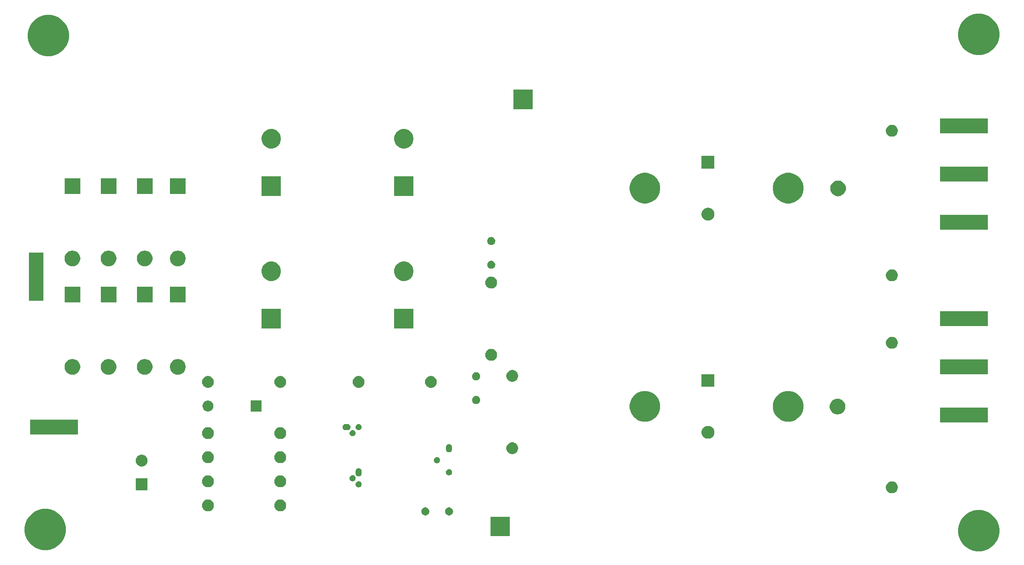
<source format=gbr>
G04 #@! TF.GenerationSoftware,KiCad,Pcbnew,(5.1.6-0)*
G04 #@! TF.CreationDate,2021-07-15T11:48:56+10:00*
G04 #@! TF.ProjectId,EDUC-8 PSU,45445543-2d38-4205-9053-552e6b696361,rev?*
G04 #@! TF.SameCoordinates,Original*
G04 #@! TF.FileFunction,Soldermask,Bot*
G04 #@! TF.FilePolarity,Negative*
%FSLAX46Y46*%
G04 Gerber Fmt 4.6, Leading zero omitted, Abs format (unit mm)*
G04 Created by KiCad (PCBNEW (5.1.6-0)) date 2021-07-15 11:48:56*
%MOMM*%
%LPD*%
G01*
G04 APERTURE LIST*
%ADD10C,0.100000*%
G04 APERTURE END LIST*
D10*
G36*
X232196156Y-152136794D02*
G01*
X232917140Y-152280206D01*
X233708972Y-152608193D01*
X234421601Y-153084357D01*
X235027643Y-153690399D01*
X235503807Y-154403028D01*
X235831794Y-155194860D01*
X235999000Y-156035464D01*
X235999000Y-156892536D01*
X235831794Y-157733140D01*
X235503807Y-158524972D01*
X235027643Y-159237601D01*
X234421601Y-159843643D01*
X233708972Y-160319807D01*
X232917140Y-160647794D01*
X232196156Y-160791206D01*
X232076537Y-160815000D01*
X231219463Y-160815000D01*
X231099844Y-160791206D01*
X230378860Y-160647794D01*
X229587028Y-160319807D01*
X228874399Y-159843643D01*
X228268357Y-159237601D01*
X227792193Y-158524972D01*
X227464206Y-157733140D01*
X227297000Y-156892536D01*
X227297000Y-156035464D01*
X227464206Y-155194860D01*
X227792193Y-154403028D01*
X228268357Y-153690399D01*
X228874399Y-153084357D01*
X229587028Y-152608193D01*
X230378860Y-152280206D01*
X231099844Y-152136794D01*
X231219463Y-152113000D01*
X232076537Y-152113000D01*
X232196156Y-152136794D01*
G37*
G36*
X35473156Y-151882794D02*
G01*
X36194140Y-152026206D01*
X36985972Y-152354193D01*
X37698601Y-152830357D01*
X38304643Y-153436399D01*
X38780807Y-154149028D01*
X39108794Y-154940860D01*
X39276000Y-155781464D01*
X39276000Y-156638536D01*
X39108794Y-157479140D01*
X38780807Y-158270972D01*
X38304643Y-158983601D01*
X37698601Y-159589643D01*
X36985972Y-160065807D01*
X36194140Y-160393794D01*
X35473156Y-160537206D01*
X35353537Y-160561000D01*
X34496463Y-160561000D01*
X34376844Y-160537206D01*
X33655860Y-160393794D01*
X32864028Y-160065807D01*
X32151399Y-159589643D01*
X31545357Y-158983601D01*
X31069193Y-158270972D01*
X30741206Y-157479140D01*
X30574000Y-156638536D01*
X30574000Y-155781464D01*
X30741206Y-154940860D01*
X31069193Y-154149028D01*
X31545357Y-153436399D01*
X32151399Y-152830357D01*
X32864028Y-152354193D01*
X33655860Y-152026206D01*
X34376844Y-151882794D01*
X34496463Y-151859000D01*
X35353537Y-151859000D01*
X35473156Y-151882794D01*
G37*
G36*
X132861000Y-157626000D02*
G01*
X128759000Y-157626000D01*
X128759000Y-153524000D01*
X132861000Y-153524000D01*
X132861000Y-157626000D01*
G37*
G36*
X120263228Y-151581703D02*
G01*
X120418100Y-151645853D01*
X120557481Y-151738985D01*
X120676015Y-151857519D01*
X120769147Y-151996900D01*
X120833297Y-152151772D01*
X120866000Y-152316184D01*
X120866000Y-152483816D01*
X120833297Y-152648228D01*
X120769147Y-152803100D01*
X120676015Y-152942481D01*
X120557481Y-153061015D01*
X120418100Y-153154147D01*
X120263228Y-153218297D01*
X120098816Y-153251000D01*
X119931184Y-153251000D01*
X119766772Y-153218297D01*
X119611900Y-153154147D01*
X119472519Y-153061015D01*
X119353985Y-152942481D01*
X119260853Y-152803100D01*
X119196703Y-152648228D01*
X119164000Y-152483816D01*
X119164000Y-152316184D01*
X119196703Y-152151772D01*
X119260853Y-151996900D01*
X119353985Y-151857519D01*
X119472519Y-151738985D01*
X119611900Y-151645853D01*
X119766772Y-151581703D01*
X119931184Y-151549000D01*
X120098816Y-151549000D01*
X120263228Y-151581703D01*
G37*
G36*
X115263228Y-151581703D02*
G01*
X115418100Y-151645853D01*
X115557481Y-151738985D01*
X115676015Y-151857519D01*
X115769147Y-151996900D01*
X115833297Y-152151772D01*
X115866000Y-152316184D01*
X115866000Y-152483816D01*
X115833297Y-152648228D01*
X115769147Y-152803100D01*
X115676015Y-152942481D01*
X115557481Y-153061015D01*
X115418100Y-153154147D01*
X115263228Y-153218297D01*
X115098816Y-153251000D01*
X114931184Y-153251000D01*
X114766772Y-153218297D01*
X114611900Y-153154147D01*
X114472519Y-153061015D01*
X114353985Y-152942481D01*
X114260853Y-152803100D01*
X114196703Y-152648228D01*
X114164000Y-152483816D01*
X114164000Y-152316184D01*
X114196703Y-152151772D01*
X114260853Y-151996900D01*
X114353985Y-151857519D01*
X114472519Y-151738985D01*
X114611900Y-151645853D01*
X114766772Y-151581703D01*
X114931184Y-151549000D01*
X115098816Y-151549000D01*
X115263228Y-151581703D01*
G37*
G36*
X84819903Y-149927075D02*
G01*
X85047571Y-150021378D01*
X85252466Y-150158285D01*
X85426715Y-150332534D01*
X85563622Y-150537429D01*
X85657925Y-150765097D01*
X85706000Y-151006787D01*
X85706000Y-151253213D01*
X85657925Y-151494903D01*
X85563622Y-151722571D01*
X85426715Y-151927466D01*
X85252466Y-152101715D01*
X85047571Y-152238622D01*
X85047570Y-152238623D01*
X85047569Y-152238623D01*
X84819903Y-152332925D01*
X84578214Y-152381000D01*
X84331786Y-152381000D01*
X84090097Y-152332925D01*
X83862431Y-152238623D01*
X83862430Y-152238623D01*
X83862429Y-152238622D01*
X83657534Y-152101715D01*
X83483285Y-151927466D01*
X83346378Y-151722571D01*
X83252075Y-151494903D01*
X83204000Y-151253213D01*
X83204000Y-151006787D01*
X83252075Y-150765097D01*
X83346378Y-150537429D01*
X83483285Y-150332534D01*
X83657534Y-150158285D01*
X83862429Y-150021378D01*
X84090097Y-149927075D01*
X84331786Y-149879000D01*
X84578214Y-149879000D01*
X84819903Y-149927075D01*
G37*
G36*
X69579903Y-149927075D02*
G01*
X69807571Y-150021378D01*
X70012466Y-150158285D01*
X70186715Y-150332534D01*
X70323622Y-150537429D01*
X70417925Y-150765097D01*
X70466000Y-151006787D01*
X70466000Y-151253213D01*
X70417925Y-151494903D01*
X70323622Y-151722571D01*
X70186715Y-151927466D01*
X70012466Y-152101715D01*
X69807571Y-152238622D01*
X69807570Y-152238623D01*
X69807569Y-152238623D01*
X69579903Y-152332925D01*
X69338214Y-152381000D01*
X69091786Y-152381000D01*
X68850097Y-152332925D01*
X68622431Y-152238623D01*
X68622430Y-152238623D01*
X68622429Y-152238622D01*
X68417534Y-152101715D01*
X68243285Y-151927466D01*
X68106378Y-151722571D01*
X68012075Y-151494903D01*
X67964000Y-151253213D01*
X67964000Y-151006787D01*
X68012075Y-150765097D01*
X68106378Y-150537429D01*
X68243285Y-150332534D01*
X68417534Y-150158285D01*
X68622429Y-150021378D01*
X68850097Y-149927075D01*
X69091786Y-149879000D01*
X69338214Y-149879000D01*
X69579903Y-149927075D01*
G37*
G36*
X213724903Y-146117075D02*
G01*
X213860433Y-146173213D01*
X213952571Y-146211378D01*
X214157466Y-146348285D01*
X214331715Y-146522534D01*
X214468622Y-146727429D01*
X214562925Y-146955097D01*
X214611000Y-147196787D01*
X214611000Y-147443213D01*
X214562925Y-147684903D01*
X214468622Y-147912571D01*
X214331715Y-148117466D01*
X214157466Y-148291715D01*
X213952571Y-148428622D01*
X213952570Y-148428623D01*
X213952569Y-148428623D01*
X213724903Y-148522925D01*
X213483214Y-148571000D01*
X213236786Y-148571000D01*
X212995097Y-148522925D01*
X212767431Y-148428623D01*
X212767430Y-148428623D01*
X212767429Y-148428622D01*
X212562534Y-148291715D01*
X212388285Y-148117466D01*
X212251378Y-147912571D01*
X212157075Y-147684903D01*
X212109000Y-147443213D01*
X212109000Y-147196787D01*
X212157075Y-146955097D01*
X212251378Y-146727429D01*
X212388285Y-146522534D01*
X212562534Y-146348285D01*
X212767429Y-146211378D01*
X212859568Y-146173213D01*
X212995097Y-146117075D01*
X213236786Y-146069000D01*
X213483214Y-146069000D01*
X213724903Y-146117075D01*
G37*
G36*
X56496000Y-147936000D02*
G01*
X53994000Y-147936000D01*
X53994000Y-145434000D01*
X56496000Y-145434000D01*
X56496000Y-147936000D01*
G37*
G36*
X101064225Y-146040983D02*
G01*
X101154890Y-146059017D01*
X101273364Y-146108091D01*
X101379988Y-146179335D01*
X101470665Y-146270012D01*
X101541909Y-146376636D01*
X101590983Y-146495110D01*
X101616000Y-146620882D01*
X101616000Y-146749118D01*
X101590983Y-146874890D01*
X101541909Y-146993364D01*
X101470665Y-147099988D01*
X101379988Y-147190665D01*
X101273364Y-147261909D01*
X101273363Y-147261910D01*
X101273362Y-147261910D01*
X101154890Y-147310983D01*
X101029119Y-147336000D01*
X100900881Y-147336000D01*
X100775110Y-147310983D01*
X100656638Y-147261910D01*
X100656637Y-147261910D01*
X100656636Y-147261909D01*
X100550012Y-147190665D01*
X100459335Y-147099988D01*
X100388091Y-146993364D01*
X100339017Y-146874890D01*
X100314000Y-146749118D01*
X100314000Y-146620882D01*
X100339017Y-146495110D01*
X100388091Y-146376636D01*
X100459335Y-146270012D01*
X100550012Y-146179335D01*
X100656636Y-146108091D01*
X100775110Y-146059017D01*
X100865775Y-146040983D01*
X100900881Y-146034000D01*
X101029119Y-146034000D01*
X101064225Y-146040983D01*
G37*
G36*
X69534732Y-144838090D02*
G01*
X69579903Y-144847075D01*
X69807571Y-144941378D01*
X70012466Y-145078285D01*
X70186715Y-145252534D01*
X70323622Y-145457429D01*
X70417925Y-145685097D01*
X70466000Y-145926787D01*
X70466000Y-146173213D01*
X70417925Y-146414903D01*
X70323622Y-146642571D01*
X70186715Y-146847466D01*
X70012466Y-147021715D01*
X69807571Y-147158622D01*
X69807570Y-147158623D01*
X69807569Y-147158623D01*
X69579903Y-147252925D01*
X69338214Y-147301000D01*
X69091786Y-147301000D01*
X68850097Y-147252925D01*
X68622431Y-147158623D01*
X68622430Y-147158623D01*
X68622429Y-147158622D01*
X68417534Y-147021715D01*
X68243285Y-146847466D01*
X68106378Y-146642571D01*
X68012075Y-146414903D01*
X67964000Y-146173213D01*
X67964000Y-145926787D01*
X68012075Y-145685097D01*
X68106378Y-145457429D01*
X68243285Y-145252534D01*
X68417534Y-145078285D01*
X68622429Y-144941378D01*
X68850097Y-144847075D01*
X68895268Y-144838090D01*
X69091786Y-144799000D01*
X69338214Y-144799000D01*
X69534732Y-144838090D01*
G37*
G36*
X84774732Y-144838090D02*
G01*
X84819903Y-144847075D01*
X85047571Y-144941378D01*
X85252466Y-145078285D01*
X85426715Y-145252534D01*
X85563622Y-145457429D01*
X85657925Y-145685097D01*
X85706000Y-145926787D01*
X85706000Y-146173213D01*
X85657925Y-146414903D01*
X85563622Y-146642571D01*
X85426715Y-146847466D01*
X85252466Y-147021715D01*
X85047571Y-147158622D01*
X85047570Y-147158623D01*
X85047569Y-147158623D01*
X84819903Y-147252925D01*
X84578214Y-147301000D01*
X84331786Y-147301000D01*
X84090097Y-147252925D01*
X83862431Y-147158623D01*
X83862430Y-147158623D01*
X83862429Y-147158622D01*
X83657534Y-147021715D01*
X83483285Y-146847466D01*
X83346378Y-146642571D01*
X83252075Y-146414903D01*
X83204000Y-146173213D01*
X83204000Y-145926787D01*
X83252075Y-145685097D01*
X83346378Y-145457429D01*
X83483285Y-145252534D01*
X83657534Y-145078285D01*
X83862429Y-144941378D01*
X84090097Y-144847075D01*
X84135268Y-144838090D01*
X84331786Y-144799000D01*
X84578214Y-144799000D01*
X84774732Y-144838090D01*
G37*
G36*
X99884890Y-144789017D02*
G01*
X99929640Y-144807553D01*
X100003364Y-144838091D01*
X100109988Y-144909335D01*
X100200665Y-145000012D01*
X100271909Y-145106636D01*
X100320983Y-145225110D01*
X100346000Y-145350882D01*
X100346000Y-145479118D01*
X100320983Y-145604890D01*
X100271909Y-145723364D01*
X100200665Y-145829988D01*
X100109988Y-145920665D01*
X100003364Y-145991909D01*
X100003363Y-145991910D01*
X100003362Y-145991910D01*
X99884890Y-146040983D01*
X99759119Y-146066000D01*
X99630881Y-146066000D01*
X99505110Y-146040983D01*
X99386638Y-145991910D01*
X99386637Y-145991910D01*
X99386636Y-145991909D01*
X99280012Y-145920665D01*
X99189335Y-145829988D01*
X99118091Y-145723364D01*
X99069017Y-145604890D01*
X99044000Y-145479118D01*
X99044000Y-145350882D01*
X99069017Y-145225110D01*
X99118091Y-145106636D01*
X99189335Y-145000012D01*
X99280012Y-144909335D01*
X99386636Y-144838091D01*
X99460361Y-144807553D01*
X99505110Y-144789017D01*
X99630881Y-144764000D01*
X99759119Y-144764000D01*
X99884890Y-144789017D01*
G37*
G36*
X101092618Y-143303420D02*
G01*
X101183404Y-143330960D01*
X101215336Y-143340646D01*
X101328425Y-143401094D01*
X101427554Y-143482446D01*
X101508906Y-143581575D01*
X101569354Y-143694664D01*
X101569355Y-143694668D01*
X101606580Y-143817382D01*
X101616000Y-143913028D01*
X101616000Y-144376973D01*
X101606580Y-144472618D01*
X101579040Y-144563404D01*
X101569354Y-144595336D01*
X101508906Y-144708425D01*
X101427554Y-144807553D01*
X101328424Y-144888906D01*
X101215335Y-144949354D01*
X101183403Y-144959040D01*
X101092617Y-144986580D01*
X100965000Y-144999149D01*
X100837382Y-144986580D01*
X100746596Y-144959040D01*
X100714664Y-144949354D01*
X100601575Y-144888906D01*
X100502447Y-144807554D01*
X100421094Y-144708424D01*
X100360646Y-144595335D01*
X100349924Y-144559988D01*
X100323420Y-144472617D01*
X100314000Y-144376972D01*
X100314000Y-143913027D01*
X100323420Y-143817382D01*
X100360645Y-143694668D01*
X100360646Y-143694664D01*
X100421094Y-143581575D01*
X100502447Y-143482447D01*
X100601576Y-143401094D01*
X100714665Y-143340646D01*
X100746597Y-143330960D01*
X100837383Y-143303420D01*
X100965000Y-143290851D01*
X101092618Y-143303420D01*
G37*
G36*
X120204890Y-143519017D02*
G01*
X120323364Y-143568091D01*
X120343544Y-143581575D01*
X120429988Y-143639335D01*
X120520665Y-143730012D01*
X120591910Y-143836638D01*
X120640983Y-143955110D01*
X120666000Y-144080881D01*
X120666000Y-144209119D01*
X120640983Y-144334890D01*
X120623552Y-144376973D01*
X120591909Y-144453364D01*
X120520665Y-144559988D01*
X120429988Y-144650665D01*
X120323364Y-144721909D01*
X120323363Y-144721910D01*
X120323362Y-144721910D01*
X120204890Y-144770983D01*
X120079119Y-144796000D01*
X119950881Y-144796000D01*
X119825110Y-144770983D01*
X119706638Y-144721910D01*
X119706637Y-144721910D01*
X119706636Y-144721909D01*
X119600012Y-144650665D01*
X119509335Y-144559988D01*
X119438091Y-144453364D01*
X119406449Y-144376973D01*
X119389017Y-144334890D01*
X119364000Y-144209119D01*
X119364000Y-144080881D01*
X119389017Y-143955110D01*
X119438090Y-143836638D01*
X119509335Y-143730012D01*
X119600012Y-143639335D01*
X119686456Y-143581575D01*
X119706636Y-143568091D01*
X119825110Y-143519017D01*
X119950881Y-143494000D01*
X120079119Y-143494000D01*
X120204890Y-143519017D01*
G37*
G36*
X55609903Y-140482075D02*
G01*
X55837571Y-140576378D01*
X56042466Y-140713285D01*
X56216715Y-140887534D01*
X56353622Y-141092429D01*
X56353623Y-141092431D01*
X56447925Y-141320097D01*
X56496000Y-141561786D01*
X56496000Y-141808214D01*
X56447925Y-142049903D01*
X56377055Y-142221000D01*
X56353622Y-142277571D01*
X56216715Y-142482466D01*
X56042466Y-142656715D01*
X55837571Y-142793622D01*
X55837570Y-142793623D01*
X55837569Y-142793623D01*
X55609903Y-142887925D01*
X55368214Y-142936000D01*
X55121786Y-142936000D01*
X54880097Y-142887925D01*
X54652431Y-142793623D01*
X54652430Y-142793623D01*
X54652429Y-142793622D01*
X54447534Y-142656715D01*
X54273285Y-142482466D01*
X54136378Y-142277571D01*
X54112946Y-142221000D01*
X54042075Y-142049903D01*
X53994000Y-141808214D01*
X53994000Y-141561786D01*
X54042075Y-141320097D01*
X54136377Y-141092431D01*
X54136378Y-141092429D01*
X54273285Y-140887534D01*
X54447534Y-140713285D01*
X54652429Y-140576378D01*
X54880097Y-140482075D01*
X55121786Y-140434000D01*
X55368214Y-140434000D01*
X55609903Y-140482075D01*
G37*
G36*
X117664890Y-140979017D02*
G01*
X117783364Y-141028091D01*
X117889988Y-141099335D01*
X117980665Y-141190012D01*
X118051909Y-141296636D01*
X118100983Y-141415110D01*
X118126000Y-141540882D01*
X118126000Y-141669118D01*
X118100983Y-141794890D01*
X118051909Y-141913364D01*
X117980665Y-142019988D01*
X117889988Y-142110665D01*
X117783364Y-142181909D01*
X117783363Y-142181910D01*
X117783362Y-142181910D01*
X117664890Y-142230983D01*
X117539119Y-142256000D01*
X117410881Y-142256000D01*
X117285110Y-142230983D01*
X117166638Y-142181910D01*
X117166637Y-142181910D01*
X117166636Y-142181909D01*
X117060012Y-142110665D01*
X116969335Y-142019988D01*
X116898091Y-141913364D01*
X116849017Y-141794890D01*
X116824000Y-141669118D01*
X116824000Y-141540882D01*
X116849017Y-141415110D01*
X116898091Y-141296636D01*
X116969335Y-141190012D01*
X117060012Y-141099335D01*
X117166636Y-141028091D01*
X117285110Y-140979017D01*
X117410881Y-140954000D01*
X117539119Y-140954000D01*
X117664890Y-140979017D01*
G37*
G36*
X84819903Y-139767075D02*
G01*
X85047571Y-139861378D01*
X85252466Y-139998285D01*
X85426715Y-140172534D01*
X85490453Y-140267925D01*
X85563623Y-140377431D01*
X85606968Y-140482075D01*
X85657925Y-140605097D01*
X85706000Y-140846787D01*
X85706000Y-141093213D01*
X85657925Y-141334903D01*
X85563622Y-141562571D01*
X85426715Y-141767466D01*
X85252466Y-141941715D01*
X85047571Y-142078622D01*
X85047570Y-142078623D01*
X85047569Y-142078623D01*
X84819903Y-142172925D01*
X84578214Y-142221000D01*
X84331786Y-142221000D01*
X84090097Y-142172925D01*
X83862431Y-142078623D01*
X83862430Y-142078623D01*
X83862429Y-142078622D01*
X83657534Y-141941715D01*
X83483285Y-141767466D01*
X83346378Y-141562571D01*
X83252075Y-141334903D01*
X83204000Y-141093213D01*
X83204000Y-140846787D01*
X83252075Y-140605097D01*
X83303032Y-140482075D01*
X83346377Y-140377431D01*
X83419547Y-140267925D01*
X83483285Y-140172534D01*
X83657534Y-139998285D01*
X83862429Y-139861378D01*
X84090097Y-139767075D01*
X84331786Y-139719000D01*
X84578214Y-139719000D01*
X84819903Y-139767075D01*
G37*
G36*
X69579903Y-139767075D02*
G01*
X69807571Y-139861378D01*
X70012466Y-139998285D01*
X70186715Y-140172534D01*
X70250453Y-140267925D01*
X70323623Y-140377431D01*
X70366968Y-140482075D01*
X70417925Y-140605097D01*
X70466000Y-140846787D01*
X70466000Y-141093213D01*
X70417925Y-141334903D01*
X70323622Y-141562571D01*
X70186715Y-141767466D01*
X70012466Y-141941715D01*
X69807571Y-142078622D01*
X69807570Y-142078623D01*
X69807569Y-142078623D01*
X69579903Y-142172925D01*
X69338214Y-142221000D01*
X69091786Y-142221000D01*
X68850097Y-142172925D01*
X68622431Y-142078623D01*
X68622430Y-142078623D01*
X68622429Y-142078622D01*
X68417534Y-141941715D01*
X68243285Y-141767466D01*
X68106378Y-141562571D01*
X68012075Y-141334903D01*
X67964000Y-141093213D01*
X67964000Y-140846787D01*
X68012075Y-140605097D01*
X68063032Y-140482075D01*
X68106377Y-140377431D01*
X68179547Y-140267925D01*
X68243285Y-140172534D01*
X68417534Y-139998285D01*
X68622429Y-139861378D01*
X68850097Y-139767075D01*
X69091786Y-139719000D01*
X69338214Y-139719000D01*
X69579903Y-139767075D01*
G37*
G36*
X133714903Y-137862075D02*
G01*
X133942571Y-137956378D01*
X134147466Y-138093285D01*
X134321715Y-138267534D01*
X134458622Y-138472429D01*
X134552925Y-138700097D01*
X134601000Y-138941787D01*
X134601000Y-139188213D01*
X134552925Y-139429903D01*
X134458622Y-139657571D01*
X134321715Y-139862466D01*
X134147466Y-140036715D01*
X133942571Y-140173622D01*
X133942570Y-140173623D01*
X133942569Y-140173623D01*
X133714903Y-140267925D01*
X133473214Y-140316000D01*
X133226786Y-140316000D01*
X132985097Y-140267925D01*
X132757431Y-140173623D01*
X132757430Y-140173623D01*
X132757429Y-140173622D01*
X132552534Y-140036715D01*
X132378285Y-139862466D01*
X132241378Y-139657571D01*
X132147075Y-139429903D01*
X132099000Y-139188213D01*
X132099000Y-138941787D01*
X132147075Y-138700097D01*
X132241378Y-138472429D01*
X132378285Y-138267534D01*
X132552534Y-138093285D01*
X132757429Y-137956378D01*
X132985097Y-137862075D01*
X133226786Y-137814000D01*
X133473214Y-137814000D01*
X133714903Y-137862075D01*
G37*
G36*
X120142618Y-138223420D02*
G01*
X120233404Y-138250960D01*
X120265336Y-138260646D01*
X120378425Y-138321094D01*
X120477554Y-138402446D01*
X120558906Y-138501575D01*
X120619354Y-138614664D01*
X120619355Y-138614668D01*
X120656580Y-138737382D01*
X120666000Y-138833028D01*
X120666000Y-139296973D01*
X120656580Y-139392618D01*
X120629040Y-139483404D01*
X120619354Y-139515336D01*
X120558906Y-139628425D01*
X120477554Y-139727553D01*
X120378424Y-139808906D01*
X120265335Y-139869354D01*
X120233403Y-139879040D01*
X120142617Y-139906580D01*
X120015000Y-139919149D01*
X119887382Y-139906580D01*
X119796596Y-139879040D01*
X119764664Y-139869354D01*
X119651575Y-139808906D01*
X119552447Y-139727554D01*
X119471094Y-139628424D01*
X119410646Y-139515335D01*
X119384731Y-139429903D01*
X119373420Y-139392617D01*
X119364000Y-139296972D01*
X119364000Y-138833027D01*
X119373420Y-138737382D01*
X119410645Y-138614668D01*
X119410646Y-138614664D01*
X119471094Y-138501575D01*
X119552447Y-138402447D01*
X119651576Y-138321094D01*
X119764665Y-138260646D01*
X119796597Y-138250960D01*
X119887383Y-138223420D01*
X120015000Y-138210851D01*
X120142618Y-138223420D01*
G37*
G36*
X84737123Y-134670609D02*
G01*
X84819903Y-134687075D01*
X85047571Y-134781378D01*
X85252466Y-134918285D01*
X85426715Y-135092534D01*
X85563622Y-135297429D01*
X85563623Y-135297431D01*
X85657925Y-135525097D01*
X85706000Y-135766786D01*
X85706000Y-136013214D01*
X85657925Y-136254903D01*
X85570110Y-136466909D01*
X85563622Y-136482571D01*
X85426715Y-136687466D01*
X85252466Y-136861715D01*
X85047571Y-136998622D01*
X85047570Y-136998623D01*
X85047569Y-136998623D01*
X84819903Y-137092925D01*
X84578214Y-137141000D01*
X84331786Y-137141000D01*
X84090097Y-137092925D01*
X83862431Y-136998623D01*
X83862430Y-136998623D01*
X83862429Y-136998622D01*
X83657534Y-136861715D01*
X83483285Y-136687466D01*
X83346378Y-136482571D01*
X83339891Y-136466909D01*
X83252075Y-136254903D01*
X83204000Y-136013214D01*
X83204000Y-135766786D01*
X83252075Y-135525097D01*
X83346377Y-135297431D01*
X83346378Y-135297429D01*
X83483285Y-135092534D01*
X83657534Y-134918285D01*
X83862429Y-134781378D01*
X84090097Y-134687075D01*
X84172877Y-134670609D01*
X84331786Y-134639000D01*
X84578214Y-134639000D01*
X84737123Y-134670609D01*
G37*
G36*
X69497123Y-134670609D02*
G01*
X69579903Y-134687075D01*
X69807571Y-134781378D01*
X70012466Y-134918285D01*
X70186715Y-135092534D01*
X70323622Y-135297429D01*
X70323623Y-135297431D01*
X70417925Y-135525097D01*
X70466000Y-135766786D01*
X70466000Y-136013214D01*
X70417925Y-136254903D01*
X70330110Y-136466909D01*
X70323622Y-136482571D01*
X70186715Y-136687466D01*
X70012466Y-136861715D01*
X69807571Y-136998622D01*
X69807570Y-136998623D01*
X69807569Y-136998623D01*
X69579903Y-137092925D01*
X69338214Y-137141000D01*
X69091786Y-137141000D01*
X68850097Y-137092925D01*
X68622431Y-136998623D01*
X68622430Y-136998623D01*
X68622429Y-136998622D01*
X68417534Y-136861715D01*
X68243285Y-136687466D01*
X68106378Y-136482571D01*
X68099891Y-136466909D01*
X68012075Y-136254903D01*
X67964000Y-136013214D01*
X67964000Y-135766786D01*
X68012075Y-135525097D01*
X68106377Y-135297431D01*
X68106378Y-135297429D01*
X68243285Y-135092534D01*
X68417534Y-134918285D01*
X68622429Y-134781378D01*
X68850097Y-134687075D01*
X68932877Y-134670609D01*
X69091786Y-134639000D01*
X69338214Y-134639000D01*
X69497123Y-134670609D01*
G37*
G36*
X174994072Y-134420918D02*
G01*
X175239939Y-134522759D01*
X175351328Y-134597187D01*
X175461211Y-134670609D01*
X175649391Y-134858789D01*
X175797242Y-135080063D01*
X175899082Y-135325928D01*
X175949946Y-135581636D01*
X175951000Y-135586938D01*
X175951000Y-135853062D01*
X175899082Y-136114072D01*
X175797241Y-136359939D01*
X175649390Y-136581212D01*
X175461212Y-136769390D01*
X175239939Y-136917241D01*
X175239938Y-136917242D01*
X175239937Y-136917242D01*
X174994072Y-137019082D01*
X174733063Y-137071000D01*
X174466937Y-137071000D01*
X174205928Y-137019082D01*
X173960063Y-136917242D01*
X173960062Y-136917242D01*
X173960061Y-136917241D01*
X173738788Y-136769390D01*
X173550610Y-136581212D01*
X173402759Y-136359939D01*
X173300918Y-136114072D01*
X173249000Y-135853062D01*
X173249000Y-135586938D01*
X173250055Y-135581636D01*
X173300918Y-135325928D01*
X173402758Y-135080063D01*
X173550609Y-134858789D01*
X173738789Y-134670609D01*
X173848672Y-134597187D01*
X173960061Y-134522759D01*
X174205928Y-134420918D01*
X174466937Y-134369000D01*
X174733063Y-134369000D01*
X174994072Y-134420918D01*
G37*
G36*
X99794225Y-135245983D02*
G01*
X99884890Y-135264017D01*
X100003364Y-135313091D01*
X100109988Y-135384335D01*
X100200665Y-135475012D01*
X100271909Y-135581636D01*
X100320983Y-135700110D01*
X100346000Y-135825882D01*
X100346000Y-135954118D01*
X100320983Y-136079890D01*
X100271909Y-136198364D01*
X100200665Y-136304988D01*
X100109988Y-136395665D01*
X100003364Y-136466909D01*
X100003363Y-136466910D01*
X100003362Y-136466910D01*
X99884890Y-136515983D01*
X99759119Y-136541000D01*
X99630881Y-136541000D01*
X99505110Y-136515983D01*
X99386638Y-136466910D01*
X99386637Y-136466910D01*
X99386636Y-136466909D01*
X99280012Y-136395665D01*
X99189335Y-136304988D01*
X99118091Y-136198364D01*
X99069017Y-136079890D01*
X99044000Y-135954118D01*
X99044000Y-135825882D01*
X99069017Y-135700110D01*
X99118091Y-135581636D01*
X99189335Y-135475012D01*
X99280012Y-135384335D01*
X99386636Y-135313091D01*
X99505110Y-135264017D01*
X99595775Y-135245983D01*
X99630881Y-135239000D01*
X99759119Y-135239000D01*
X99794225Y-135245983D01*
G37*
G36*
X41841000Y-136171000D02*
G01*
X31739000Y-136171000D01*
X31739000Y-133069000D01*
X41841000Y-133069000D01*
X41841000Y-136171000D01*
G37*
G36*
X101076477Y-133978420D02*
G01*
X101154890Y-133994017D01*
X101273364Y-134043091D01*
X101322756Y-134076094D01*
X101379988Y-134114335D01*
X101470665Y-134205012D01*
X101541910Y-134311638D01*
X101590983Y-134430110D01*
X101609412Y-134522758D01*
X101616000Y-134555882D01*
X101616000Y-134684118D01*
X101590983Y-134809890D01*
X101541909Y-134928364D01*
X101470665Y-135034988D01*
X101379988Y-135125665D01*
X101273364Y-135196909D01*
X101273363Y-135196910D01*
X101273362Y-135196910D01*
X101154890Y-135245983D01*
X101029119Y-135271000D01*
X100900881Y-135271000D01*
X100775110Y-135245983D01*
X100656638Y-135196910D01*
X100656637Y-135196910D01*
X100656636Y-135196909D01*
X100550012Y-135125665D01*
X100459335Y-135034988D01*
X100388091Y-134928364D01*
X100339017Y-134809890D01*
X100314000Y-134684118D01*
X100314000Y-134555882D01*
X100320589Y-134522758D01*
X100339017Y-134430110D01*
X100388090Y-134311638D01*
X100459335Y-134205012D01*
X100550012Y-134114335D01*
X100607244Y-134076094D01*
X100656636Y-134043091D01*
X100775110Y-133994017D01*
X100853523Y-133978420D01*
X100900881Y-133969000D01*
X101029119Y-133969000D01*
X101076477Y-133978420D01*
G37*
G36*
X98688855Y-133972140D02*
G01*
X98752618Y-133978420D01*
X98843404Y-134005960D01*
X98875336Y-134015646D01*
X98988425Y-134076094D01*
X99087554Y-134157446D01*
X99168906Y-134256575D01*
X99229354Y-134369664D01*
X99229355Y-134369668D01*
X99266580Y-134492382D01*
X99279149Y-134620000D01*
X99266580Y-134747618D01*
X99256339Y-134781377D01*
X99229354Y-134870336D01*
X99168906Y-134983425D01*
X99087554Y-135082554D01*
X98988425Y-135163906D01*
X98875336Y-135224354D01*
X98843404Y-135234040D01*
X98752618Y-135261580D01*
X98688855Y-135267860D01*
X98656974Y-135271000D01*
X98193026Y-135271000D01*
X98161145Y-135267860D01*
X98097382Y-135261580D01*
X98006596Y-135234040D01*
X97974664Y-135224354D01*
X97861575Y-135163906D01*
X97762446Y-135082554D01*
X97681094Y-134983425D01*
X97620646Y-134870336D01*
X97593661Y-134781377D01*
X97583420Y-134747618D01*
X97570851Y-134620000D01*
X97583420Y-134492382D01*
X97620645Y-134369668D01*
X97620646Y-134369664D01*
X97681094Y-134256575D01*
X97762446Y-134157446D01*
X97861575Y-134076094D01*
X97974664Y-134015646D01*
X98006596Y-134005960D01*
X98097382Y-133978420D01*
X98161145Y-133972140D01*
X98193026Y-133969000D01*
X98656974Y-133969000D01*
X98688855Y-133972140D01*
G37*
G36*
X233611000Y-133631000D02*
G01*
X223509000Y-133631000D01*
X223509000Y-130529000D01*
X233611000Y-130529000D01*
X233611000Y-133631000D01*
G37*
G36*
X192440988Y-127147973D02*
G01*
X193028082Y-127391155D01*
X193028084Y-127391156D01*
X193556455Y-127744202D01*
X194005798Y-128193545D01*
X194315316Y-128656772D01*
X194358845Y-128721918D01*
X194602027Y-129309012D01*
X194726000Y-129932265D01*
X194726000Y-130567735D01*
X194602027Y-131190988D01*
X194358845Y-131778082D01*
X194358844Y-131778084D01*
X194005798Y-132306455D01*
X193556455Y-132755798D01*
X193028084Y-133108844D01*
X193028083Y-133108845D01*
X193028082Y-133108845D01*
X192440988Y-133352027D01*
X191817735Y-133476000D01*
X191182265Y-133476000D01*
X190559012Y-133352027D01*
X189971918Y-133108845D01*
X189971917Y-133108845D01*
X189971916Y-133108844D01*
X189443545Y-132755798D01*
X188994202Y-132306455D01*
X188641156Y-131778084D01*
X188641155Y-131778082D01*
X188397973Y-131190988D01*
X188274000Y-130567735D01*
X188274000Y-129932265D01*
X188397973Y-129309012D01*
X188641155Y-128721918D01*
X188684684Y-128656772D01*
X188994202Y-128193545D01*
X189443545Y-127744202D01*
X189971916Y-127391156D01*
X189971918Y-127391155D01*
X190559012Y-127147973D01*
X191182265Y-127024000D01*
X191817735Y-127024000D01*
X192440988Y-127147973D01*
G37*
G36*
X162240988Y-127147973D02*
G01*
X162828082Y-127391155D01*
X162828084Y-127391156D01*
X163356455Y-127744202D01*
X163805798Y-128193545D01*
X164115316Y-128656772D01*
X164158845Y-128721918D01*
X164402027Y-129309012D01*
X164526000Y-129932265D01*
X164526000Y-130567735D01*
X164402027Y-131190988D01*
X164158845Y-131778082D01*
X164158844Y-131778084D01*
X163805798Y-132306455D01*
X163356455Y-132755798D01*
X162828084Y-133108844D01*
X162828083Y-133108845D01*
X162828082Y-133108845D01*
X162240988Y-133352027D01*
X161617735Y-133476000D01*
X160982265Y-133476000D01*
X160359012Y-133352027D01*
X159771918Y-133108845D01*
X159771917Y-133108845D01*
X159771916Y-133108844D01*
X159243545Y-132755798D01*
X158794202Y-132306455D01*
X158441156Y-131778084D01*
X158441155Y-131778082D01*
X158197973Y-131190988D01*
X158074000Y-130567735D01*
X158074000Y-129932265D01*
X158197973Y-129309012D01*
X158441155Y-128721918D01*
X158484684Y-128656772D01*
X158794202Y-128193545D01*
X159243545Y-127744202D01*
X159771916Y-127391156D01*
X159771918Y-127391155D01*
X160359012Y-127147973D01*
X160982265Y-127024000D01*
X161617735Y-127024000D01*
X162240988Y-127147973D01*
G37*
G36*
X202275256Y-128691298D02*
G01*
X202381579Y-128712447D01*
X202594037Y-128800450D01*
X202644096Y-128821185D01*
X202682042Y-128836903D01*
X202952451Y-129017585D01*
X203182415Y-129247549D01*
X203363097Y-129517958D01*
X203487553Y-129818421D01*
X203508702Y-129924744D01*
X203551000Y-130137389D01*
X203551000Y-130462611D01*
X203537794Y-130529000D01*
X203487553Y-130781579D01*
X203363097Y-131082042D01*
X203182415Y-131352451D01*
X202952451Y-131582415D01*
X202682042Y-131763097D01*
X202381579Y-131887553D01*
X202275256Y-131908702D01*
X202062611Y-131951000D01*
X201737389Y-131951000D01*
X201524744Y-131908702D01*
X201418421Y-131887553D01*
X201117958Y-131763097D01*
X200847549Y-131582415D01*
X200617585Y-131352451D01*
X200436903Y-131082042D01*
X200312447Y-130781579D01*
X200262206Y-130529000D01*
X200249000Y-130462611D01*
X200249000Y-130137389D01*
X200291298Y-129924744D01*
X200312447Y-129818421D01*
X200436903Y-129517958D01*
X200617585Y-129247549D01*
X200847549Y-129017585D01*
X201117958Y-128836903D01*
X201155905Y-128821185D01*
X201205963Y-128800450D01*
X201418421Y-128712447D01*
X201524744Y-128691298D01*
X201737389Y-128649000D01*
X202062611Y-128649000D01*
X202275256Y-128691298D01*
G37*
G36*
X80526000Y-131326000D02*
G01*
X78224000Y-131326000D01*
X78224000Y-129024000D01*
X80526000Y-129024000D01*
X80526000Y-131326000D01*
G37*
G36*
X69439549Y-129046116D02*
G01*
X69550734Y-129068232D01*
X69698850Y-129129584D01*
X69755933Y-129153228D01*
X69760203Y-129154997D01*
X69948720Y-129280960D01*
X70109040Y-129441280D01*
X70235003Y-129629797D01*
X70321768Y-129839266D01*
X70366000Y-130061636D01*
X70366000Y-130288364D01*
X70321768Y-130510734D01*
X70235003Y-130720203D01*
X70109040Y-130908720D01*
X69948720Y-131069040D01*
X69760203Y-131195003D01*
X69550734Y-131281768D01*
X69439549Y-131303884D01*
X69328365Y-131326000D01*
X69101635Y-131326000D01*
X68990451Y-131303884D01*
X68879266Y-131281768D01*
X68669797Y-131195003D01*
X68481280Y-131069040D01*
X68320960Y-130908720D01*
X68194997Y-130720203D01*
X68108232Y-130510734D01*
X68064000Y-130288364D01*
X68064000Y-130061636D01*
X68108232Y-129839266D01*
X68194997Y-129629797D01*
X68320960Y-129441280D01*
X68481280Y-129280960D01*
X68669797Y-129154997D01*
X68674068Y-129153228D01*
X68731150Y-129129584D01*
X68879266Y-129068232D01*
X68990451Y-129046116D01*
X69101635Y-129024000D01*
X69328365Y-129024000D01*
X69439549Y-129046116D01*
G37*
G36*
X125978228Y-128086703D02*
G01*
X126133100Y-128150853D01*
X126272481Y-128243985D01*
X126391015Y-128362519D01*
X126484147Y-128501900D01*
X126548297Y-128656772D01*
X126581000Y-128821184D01*
X126581000Y-128988816D01*
X126548297Y-129153228D01*
X126484147Y-129308100D01*
X126391015Y-129447481D01*
X126272481Y-129566015D01*
X126133100Y-129659147D01*
X125978228Y-129723297D01*
X125813816Y-129756000D01*
X125646184Y-129756000D01*
X125481772Y-129723297D01*
X125326900Y-129659147D01*
X125187519Y-129566015D01*
X125068985Y-129447481D01*
X124975853Y-129308100D01*
X124911703Y-129153228D01*
X124879000Y-128988816D01*
X124879000Y-128821184D01*
X124911703Y-128656772D01*
X124975853Y-128501900D01*
X125068985Y-128362519D01*
X125187519Y-128243985D01*
X125326900Y-128150853D01*
X125481772Y-128086703D01*
X125646184Y-128054000D01*
X125813816Y-128054000D01*
X125978228Y-128086703D01*
G37*
G36*
X84819903Y-123892075D02*
G01*
X84955433Y-123948213D01*
X85047571Y-123986378D01*
X85252466Y-124123285D01*
X85426715Y-124297534D01*
X85563622Y-124502429D01*
X85657925Y-124730097D01*
X85706000Y-124971787D01*
X85706000Y-125218213D01*
X85657925Y-125459903D01*
X85563622Y-125687571D01*
X85426715Y-125892466D01*
X85252466Y-126066715D01*
X85047571Y-126203622D01*
X85047570Y-126203623D01*
X85047569Y-126203623D01*
X84819903Y-126297925D01*
X84578214Y-126346000D01*
X84331786Y-126346000D01*
X84090097Y-126297925D01*
X83862431Y-126203623D01*
X83862430Y-126203623D01*
X83862429Y-126203622D01*
X83657534Y-126066715D01*
X83483285Y-125892466D01*
X83346378Y-125687571D01*
X83252075Y-125459903D01*
X83204000Y-125218213D01*
X83204000Y-124971787D01*
X83252075Y-124730097D01*
X83346378Y-124502429D01*
X83483285Y-124297534D01*
X83657534Y-124123285D01*
X83862429Y-123986378D01*
X83954568Y-123948213D01*
X84090097Y-123892075D01*
X84331786Y-123844000D01*
X84578214Y-123844000D01*
X84819903Y-123892075D01*
G37*
G36*
X69579903Y-123892075D02*
G01*
X69715433Y-123948213D01*
X69807571Y-123986378D01*
X70012466Y-124123285D01*
X70186715Y-124297534D01*
X70323622Y-124502429D01*
X70417925Y-124730097D01*
X70466000Y-124971787D01*
X70466000Y-125218213D01*
X70417925Y-125459903D01*
X70323622Y-125687571D01*
X70186715Y-125892466D01*
X70012466Y-126066715D01*
X69807571Y-126203622D01*
X69807570Y-126203623D01*
X69807569Y-126203623D01*
X69579903Y-126297925D01*
X69338214Y-126346000D01*
X69091786Y-126346000D01*
X68850097Y-126297925D01*
X68622431Y-126203623D01*
X68622430Y-126203623D01*
X68622429Y-126203622D01*
X68417534Y-126066715D01*
X68243285Y-125892466D01*
X68106378Y-125687571D01*
X68012075Y-125459903D01*
X67964000Y-125218213D01*
X67964000Y-124971787D01*
X68012075Y-124730097D01*
X68106378Y-124502429D01*
X68243285Y-124297534D01*
X68417534Y-124123285D01*
X68622429Y-123986378D01*
X68714568Y-123948213D01*
X68850097Y-123892075D01*
X69091786Y-123844000D01*
X69338214Y-123844000D01*
X69579903Y-123892075D01*
G37*
G36*
X116569903Y-123892075D02*
G01*
X116705433Y-123948213D01*
X116797571Y-123986378D01*
X117002466Y-124123285D01*
X117176715Y-124297534D01*
X117313622Y-124502429D01*
X117407925Y-124730097D01*
X117456000Y-124971787D01*
X117456000Y-125218213D01*
X117407925Y-125459903D01*
X117313622Y-125687571D01*
X117176715Y-125892466D01*
X117002466Y-126066715D01*
X116797571Y-126203622D01*
X116797570Y-126203623D01*
X116797569Y-126203623D01*
X116569903Y-126297925D01*
X116328214Y-126346000D01*
X116081786Y-126346000D01*
X115840097Y-126297925D01*
X115612431Y-126203623D01*
X115612430Y-126203623D01*
X115612429Y-126203622D01*
X115407534Y-126066715D01*
X115233285Y-125892466D01*
X115096378Y-125687571D01*
X115002075Y-125459903D01*
X114954000Y-125218213D01*
X114954000Y-124971787D01*
X115002075Y-124730097D01*
X115096378Y-124502429D01*
X115233285Y-124297534D01*
X115407534Y-124123285D01*
X115612429Y-123986378D01*
X115704568Y-123948213D01*
X115840097Y-123892075D01*
X116081786Y-123844000D01*
X116328214Y-123844000D01*
X116569903Y-123892075D01*
G37*
G36*
X101329903Y-123892075D02*
G01*
X101465433Y-123948213D01*
X101557571Y-123986378D01*
X101762466Y-124123285D01*
X101936715Y-124297534D01*
X102073622Y-124502429D01*
X102167925Y-124730097D01*
X102216000Y-124971787D01*
X102216000Y-125218213D01*
X102167925Y-125459903D01*
X102073622Y-125687571D01*
X101936715Y-125892466D01*
X101762466Y-126066715D01*
X101557571Y-126203622D01*
X101557570Y-126203623D01*
X101557569Y-126203623D01*
X101329903Y-126297925D01*
X101088214Y-126346000D01*
X100841786Y-126346000D01*
X100600097Y-126297925D01*
X100372431Y-126203623D01*
X100372430Y-126203623D01*
X100372429Y-126203622D01*
X100167534Y-126066715D01*
X99993285Y-125892466D01*
X99856378Y-125687571D01*
X99762075Y-125459903D01*
X99714000Y-125218213D01*
X99714000Y-124971787D01*
X99762075Y-124730097D01*
X99856378Y-124502429D01*
X99993285Y-124297534D01*
X100167534Y-124123285D01*
X100372429Y-123986378D01*
X100464568Y-123948213D01*
X100600097Y-123892075D01*
X100841786Y-123844000D01*
X101088214Y-123844000D01*
X101329903Y-123892075D01*
G37*
G36*
X175951000Y-126151000D02*
G01*
X173249000Y-126151000D01*
X173249000Y-123449000D01*
X175951000Y-123449000D01*
X175951000Y-126151000D01*
G37*
G36*
X133714903Y-122622075D02*
G01*
X133942571Y-122716378D01*
X134147466Y-122853285D01*
X134321715Y-123027534D01*
X134458622Y-123232429D01*
X134552925Y-123460097D01*
X134601000Y-123701787D01*
X134601000Y-123948213D01*
X134552925Y-124189903D01*
X134458622Y-124417571D01*
X134321715Y-124622466D01*
X134147466Y-124796715D01*
X133942571Y-124933622D01*
X133942570Y-124933623D01*
X133942569Y-124933623D01*
X133714903Y-125027925D01*
X133473214Y-125076000D01*
X133226786Y-125076000D01*
X132985097Y-125027925D01*
X132757431Y-124933623D01*
X132757430Y-124933623D01*
X132757429Y-124933622D01*
X132552534Y-124796715D01*
X132378285Y-124622466D01*
X132241378Y-124417571D01*
X132147075Y-124189903D01*
X132099000Y-123948213D01*
X132099000Y-123701787D01*
X132147075Y-123460097D01*
X132241378Y-123232429D01*
X132378285Y-123027534D01*
X132552534Y-122853285D01*
X132757429Y-122716378D01*
X132985097Y-122622075D01*
X133226786Y-122574000D01*
X133473214Y-122574000D01*
X133714903Y-122622075D01*
G37*
G36*
X125978228Y-123086703D02*
G01*
X126133100Y-123150853D01*
X126272481Y-123243985D01*
X126391015Y-123362519D01*
X126484147Y-123501900D01*
X126548297Y-123656772D01*
X126581000Y-123821184D01*
X126581000Y-123988816D01*
X126548297Y-124153228D01*
X126484147Y-124308100D01*
X126391015Y-124447481D01*
X126272481Y-124566015D01*
X126133100Y-124659147D01*
X125978228Y-124723297D01*
X125813816Y-124756000D01*
X125646184Y-124756000D01*
X125481772Y-124723297D01*
X125326900Y-124659147D01*
X125187519Y-124566015D01*
X125068985Y-124447481D01*
X124975853Y-124308100D01*
X124911703Y-124153228D01*
X124879000Y-123988816D01*
X124879000Y-123821184D01*
X124911703Y-123656772D01*
X124975853Y-123501900D01*
X125068985Y-123362519D01*
X125187519Y-123243985D01*
X125326900Y-123150853D01*
X125481772Y-123086703D01*
X125646184Y-123054000D01*
X125813816Y-123054000D01*
X125978228Y-123086703D01*
G37*
G36*
X48635256Y-120311298D02*
G01*
X48741579Y-120332447D01*
X49042042Y-120456903D01*
X49312451Y-120637585D01*
X49542415Y-120867549D01*
X49723097Y-121137958D01*
X49847553Y-121438421D01*
X49911000Y-121757391D01*
X49911000Y-122082609D01*
X49847553Y-122401579D01*
X49723097Y-122702042D01*
X49542415Y-122972451D01*
X49312451Y-123202415D01*
X49042042Y-123383097D01*
X48741579Y-123507553D01*
X48635256Y-123528702D01*
X48422611Y-123571000D01*
X48097389Y-123571000D01*
X47884744Y-123528702D01*
X47778421Y-123507553D01*
X47477958Y-123383097D01*
X47207549Y-123202415D01*
X46977585Y-122972451D01*
X46796903Y-122702042D01*
X46672447Y-122401579D01*
X46609000Y-122082609D01*
X46609000Y-121757391D01*
X46672447Y-121438421D01*
X46796903Y-121137958D01*
X46977585Y-120867549D01*
X47207549Y-120637585D01*
X47477958Y-120456903D01*
X47778421Y-120332447D01*
X47884744Y-120311298D01*
X48097389Y-120269000D01*
X48422611Y-120269000D01*
X48635256Y-120311298D01*
G37*
G36*
X63240256Y-120311298D02*
G01*
X63346579Y-120332447D01*
X63647042Y-120456903D01*
X63917451Y-120637585D01*
X64147415Y-120867549D01*
X64328097Y-121137958D01*
X64452553Y-121438421D01*
X64516000Y-121757391D01*
X64516000Y-122082609D01*
X64452553Y-122401579D01*
X64328097Y-122702042D01*
X64147415Y-122972451D01*
X63917451Y-123202415D01*
X63647042Y-123383097D01*
X63346579Y-123507553D01*
X63240256Y-123528702D01*
X63027611Y-123571000D01*
X62702389Y-123571000D01*
X62489744Y-123528702D01*
X62383421Y-123507553D01*
X62082958Y-123383097D01*
X61812549Y-123202415D01*
X61582585Y-122972451D01*
X61401903Y-122702042D01*
X61277447Y-122401579D01*
X61214000Y-122082609D01*
X61214000Y-121757391D01*
X61277447Y-121438421D01*
X61401903Y-121137958D01*
X61582585Y-120867549D01*
X61812549Y-120637585D01*
X62082958Y-120456903D01*
X62383421Y-120332447D01*
X62489744Y-120311298D01*
X62702389Y-120269000D01*
X63027611Y-120269000D01*
X63240256Y-120311298D01*
G37*
G36*
X56255256Y-120311298D02*
G01*
X56361579Y-120332447D01*
X56662042Y-120456903D01*
X56932451Y-120637585D01*
X57162415Y-120867549D01*
X57343097Y-121137958D01*
X57467553Y-121438421D01*
X57531000Y-121757391D01*
X57531000Y-122082609D01*
X57467553Y-122401579D01*
X57343097Y-122702042D01*
X57162415Y-122972451D01*
X56932451Y-123202415D01*
X56662042Y-123383097D01*
X56361579Y-123507553D01*
X56255256Y-123528702D01*
X56042611Y-123571000D01*
X55717389Y-123571000D01*
X55504744Y-123528702D01*
X55398421Y-123507553D01*
X55097958Y-123383097D01*
X54827549Y-123202415D01*
X54597585Y-122972451D01*
X54416903Y-122702042D01*
X54292447Y-122401579D01*
X54229000Y-122082609D01*
X54229000Y-121757391D01*
X54292447Y-121438421D01*
X54416903Y-121137958D01*
X54597585Y-120867549D01*
X54827549Y-120637585D01*
X55097958Y-120456903D01*
X55398421Y-120332447D01*
X55504744Y-120311298D01*
X55717389Y-120269000D01*
X56042611Y-120269000D01*
X56255256Y-120311298D01*
G37*
G36*
X41015256Y-120311298D02*
G01*
X41121579Y-120332447D01*
X41422042Y-120456903D01*
X41692451Y-120637585D01*
X41922415Y-120867549D01*
X42103097Y-121137958D01*
X42227553Y-121438421D01*
X42291000Y-121757391D01*
X42291000Y-122082609D01*
X42227553Y-122401579D01*
X42103097Y-122702042D01*
X41922415Y-122972451D01*
X41692451Y-123202415D01*
X41422042Y-123383097D01*
X41121579Y-123507553D01*
X41015256Y-123528702D01*
X40802611Y-123571000D01*
X40477389Y-123571000D01*
X40264744Y-123528702D01*
X40158421Y-123507553D01*
X39857958Y-123383097D01*
X39587549Y-123202415D01*
X39357585Y-122972451D01*
X39176903Y-122702042D01*
X39052447Y-122401579D01*
X38989000Y-122082609D01*
X38989000Y-121757391D01*
X39052447Y-121438421D01*
X39176903Y-121137958D01*
X39357585Y-120867549D01*
X39587549Y-120637585D01*
X39857958Y-120456903D01*
X40158421Y-120332447D01*
X40264744Y-120311298D01*
X40477389Y-120269000D01*
X40802611Y-120269000D01*
X41015256Y-120311298D01*
G37*
G36*
X233611000Y-123471000D02*
G01*
X223509000Y-123471000D01*
X223509000Y-120369000D01*
X233611000Y-120369000D01*
X233611000Y-123471000D01*
G37*
G36*
X129269903Y-118177075D02*
G01*
X129497571Y-118271378D01*
X129702466Y-118408285D01*
X129876715Y-118582534D01*
X130013622Y-118787429D01*
X130107925Y-119015097D01*
X130156000Y-119256787D01*
X130156000Y-119503213D01*
X130107925Y-119744903D01*
X130013622Y-119972571D01*
X129876715Y-120177466D01*
X129702466Y-120351715D01*
X129497571Y-120488622D01*
X129497570Y-120488623D01*
X129497569Y-120488623D01*
X129269903Y-120582925D01*
X129028214Y-120631000D01*
X128781786Y-120631000D01*
X128540097Y-120582925D01*
X128312431Y-120488623D01*
X128312430Y-120488623D01*
X128312429Y-120488622D01*
X128107534Y-120351715D01*
X127933285Y-120177466D01*
X127796378Y-119972571D01*
X127702075Y-119744903D01*
X127654000Y-119503213D01*
X127654000Y-119256787D01*
X127702075Y-119015097D01*
X127796378Y-118787429D01*
X127933285Y-118582534D01*
X128107534Y-118408285D01*
X128312429Y-118271378D01*
X128540097Y-118177075D01*
X128781786Y-118129000D01*
X129028214Y-118129000D01*
X129269903Y-118177075D01*
G37*
G36*
X213724903Y-115637075D02*
G01*
X213952571Y-115731378D01*
X214157466Y-115868285D01*
X214331715Y-116042534D01*
X214468622Y-116247429D01*
X214562925Y-116475097D01*
X214611000Y-116716787D01*
X214611000Y-116963213D01*
X214562925Y-117204903D01*
X214468622Y-117432571D01*
X214331715Y-117637466D01*
X214157466Y-117811715D01*
X213952571Y-117948622D01*
X213952570Y-117948623D01*
X213952569Y-117948623D01*
X213724903Y-118042925D01*
X213483214Y-118091000D01*
X213236786Y-118091000D01*
X212995097Y-118042925D01*
X212767431Y-117948623D01*
X212767430Y-117948623D01*
X212767429Y-117948622D01*
X212562534Y-117811715D01*
X212388285Y-117637466D01*
X212251378Y-117432571D01*
X212157075Y-117204903D01*
X212109000Y-116963213D01*
X212109000Y-116716787D01*
X212157075Y-116475097D01*
X212251378Y-116247429D01*
X212388285Y-116042534D01*
X212562534Y-115868285D01*
X212767429Y-115731378D01*
X212995097Y-115637075D01*
X213236786Y-115589000D01*
X213483214Y-115589000D01*
X213724903Y-115637075D01*
G37*
G36*
X84601000Y-113811000D02*
G01*
X80499000Y-113811000D01*
X80499000Y-109709000D01*
X84601000Y-109709000D01*
X84601000Y-113811000D01*
G37*
G36*
X112541000Y-113811000D02*
G01*
X108439000Y-113811000D01*
X108439000Y-109709000D01*
X112541000Y-109709000D01*
X112541000Y-113811000D01*
G37*
G36*
X233611000Y-113311000D02*
G01*
X223509000Y-113311000D01*
X223509000Y-110209000D01*
X233611000Y-110209000D01*
X233611000Y-113311000D01*
G37*
G36*
X57531000Y-108331000D02*
G01*
X54229000Y-108331000D01*
X54229000Y-105029000D01*
X57531000Y-105029000D01*
X57531000Y-108331000D01*
G37*
G36*
X64516000Y-108331000D02*
G01*
X61214000Y-108331000D01*
X61214000Y-105029000D01*
X64516000Y-105029000D01*
X64516000Y-108331000D01*
G37*
G36*
X49911000Y-108331000D02*
G01*
X46609000Y-108331000D01*
X46609000Y-105029000D01*
X49911000Y-105029000D01*
X49911000Y-108331000D01*
G37*
G36*
X42291000Y-108331000D02*
G01*
X38989000Y-108331000D01*
X38989000Y-105029000D01*
X42291000Y-105029000D01*
X42291000Y-108331000D01*
G37*
G36*
X34571000Y-107961000D02*
G01*
X31469000Y-107961000D01*
X31469000Y-97859000D01*
X34571000Y-97859000D01*
X34571000Y-107961000D01*
G37*
G36*
X129269903Y-102937075D02*
G01*
X129375714Y-102980903D01*
X129497571Y-103031378D01*
X129702466Y-103168285D01*
X129876715Y-103342534D01*
X129924109Y-103413464D01*
X130013623Y-103547431D01*
X130087018Y-103724622D01*
X130107925Y-103775097D01*
X130156000Y-104016787D01*
X130156000Y-104263213D01*
X130107925Y-104504903D01*
X130013622Y-104732571D01*
X129876715Y-104937466D01*
X129702466Y-105111715D01*
X129497571Y-105248622D01*
X129497570Y-105248623D01*
X129497569Y-105248623D01*
X129269903Y-105342925D01*
X129028214Y-105391000D01*
X128781786Y-105391000D01*
X128540097Y-105342925D01*
X128312431Y-105248623D01*
X128312430Y-105248623D01*
X128312429Y-105248622D01*
X128107534Y-105111715D01*
X127933285Y-104937466D01*
X127796378Y-104732571D01*
X127702075Y-104504903D01*
X127654000Y-104263213D01*
X127654000Y-104016787D01*
X127702075Y-103775097D01*
X127722982Y-103724622D01*
X127796377Y-103547431D01*
X127885891Y-103413464D01*
X127933285Y-103342534D01*
X128107534Y-103168285D01*
X128312429Y-103031378D01*
X128434287Y-102980903D01*
X128540097Y-102937075D01*
X128781786Y-102889000D01*
X129028214Y-102889000D01*
X129269903Y-102937075D01*
G37*
G36*
X213724903Y-101413075D02*
G01*
X213952571Y-101507378D01*
X214157466Y-101644285D01*
X214331715Y-101818534D01*
X214331716Y-101818536D01*
X214468623Y-102023431D01*
X214562925Y-102251097D01*
X214611000Y-102492786D01*
X214611000Y-102739214D01*
X214562925Y-102980903D01*
X214485310Y-103168284D01*
X214468622Y-103208571D01*
X214331715Y-103413466D01*
X214157466Y-103587715D01*
X213952571Y-103724622D01*
X213952570Y-103724623D01*
X213952569Y-103724623D01*
X213724903Y-103818925D01*
X213483214Y-103867000D01*
X213236786Y-103867000D01*
X212995097Y-103818925D01*
X212767431Y-103724623D01*
X212767430Y-103724623D01*
X212767429Y-103724622D01*
X212562534Y-103587715D01*
X212388285Y-103413466D01*
X212251378Y-103208571D01*
X212234691Y-103168284D01*
X212157075Y-102980903D01*
X212109000Y-102739214D01*
X212109000Y-102492786D01*
X212157075Y-102251097D01*
X212251377Y-102023431D01*
X212388284Y-101818536D01*
X212388285Y-101818534D01*
X212562534Y-101644285D01*
X212767429Y-101507378D01*
X212995097Y-101413075D01*
X213236786Y-101365000D01*
X213483214Y-101365000D01*
X213724903Y-101413075D01*
G37*
G36*
X111088254Y-99787818D02*
G01*
X111461511Y-99942426D01*
X111461513Y-99942427D01*
X111797436Y-100166884D01*
X112083116Y-100452564D01*
X112255798Y-100711000D01*
X112307574Y-100788489D01*
X112462182Y-101161746D01*
X112541000Y-101557993D01*
X112541000Y-101962007D01*
X112462182Y-102358254D01*
X112307574Y-102731511D01*
X112307573Y-102731513D01*
X112083116Y-103067436D01*
X111797436Y-103353116D01*
X111461513Y-103577573D01*
X111461512Y-103577574D01*
X111461511Y-103577574D01*
X111088254Y-103732182D01*
X110692007Y-103811000D01*
X110287993Y-103811000D01*
X109891746Y-103732182D01*
X109518489Y-103577574D01*
X109518488Y-103577574D01*
X109518487Y-103577573D01*
X109182564Y-103353116D01*
X108896884Y-103067436D01*
X108672427Y-102731513D01*
X108672426Y-102731511D01*
X108517818Y-102358254D01*
X108439000Y-101962007D01*
X108439000Y-101557993D01*
X108517818Y-101161746D01*
X108672426Y-100788489D01*
X108724203Y-100711000D01*
X108896884Y-100452564D01*
X109182564Y-100166884D01*
X109518487Y-99942427D01*
X109518489Y-99942426D01*
X109891746Y-99787818D01*
X110287993Y-99709000D01*
X110692007Y-99709000D01*
X111088254Y-99787818D01*
G37*
G36*
X83148254Y-99787818D02*
G01*
X83521511Y-99942426D01*
X83521513Y-99942427D01*
X83857436Y-100166884D01*
X84143116Y-100452564D01*
X84315798Y-100711000D01*
X84367574Y-100788489D01*
X84522182Y-101161746D01*
X84601000Y-101557993D01*
X84601000Y-101962007D01*
X84522182Y-102358254D01*
X84367574Y-102731511D01*
X84367573Y-102731513D01*
X84143116Y-103067436D01*
X83857436Y-103353116D01*
X83521513Y-103577573D01*
X83521512Y-103577574D01*
X83521511Y-103577574D01*
X83148254Y-103732182D01*
X82752007Y-103811000D01*
X82347993Y-103811000D01*
X81951746Y-103732182D01*
X81578489Y-103577574D01*
X81578488Y-103577574D01*
X81578487Y-103577573D01*
X81242564Y-103353116D01*
X80956884Y-103067436D01*
X80732427Y-102731513D01*
X80732426Y-102731511D01*
X80577818Y-102358254D01*
X80499000Y-101962007D01*
X80499000Y-101557993D01*
X80577818Y-101161746D01*
X80732426Y-100788489D01*
X80784203Y-100711000D01*
X80956884Y-100452564D01*
X81242564Y-100166884D01*
X81578487Y-99942427D01*
X81578489Y-99942426D01*
X81951746Y-99787818D01*
X82347993Y-99709000D01*
X82752007Y-99709000D01*
X83148254Y-99787818D01*
G37*
G36*
X129148228Y-99581703D02*
G01*
X129303100Y-99645853D01*
X129442481Y-99738985D01*
X129561015Y-99857519D01*
X129654147Y-99996900D01*
X129718297Y-100151772D01*
X129751000Y-100316184D01*
X129751000Y-100483816D01*
X129718297Y-100648228D01*
X129654147Y-100803100D01*
X129561015Y-100942481D01*
X129442481Y-101061015D01*
X129303100Y-101154147D01*
X129148228Y-101218297D01*
X128983816Y-101251000D01*
X128816184Y-101251000D01*
X128651772Y-101218297D01*
X128496900Y-101154147D01*
X128357519Y-101061015D01*
X128238985Y-100942481D01*
X128145853Y-100803100D01*
X128081703Y-100648228D01*
X128049000Y-100483816D01*
X128049000Y-100316184D01*
X128081703Y-100151772D01*
X128145853Y-99996900D01*
X128238985Y-99857519D01*
X128357519Y-99738985D01*
X128496900Y-99645853D01*
X128651772Y-99581703D01*
X128816184Y-99549000D01*
X128983816Y-99549000D01*
X129148228Y-99581703D01*
G37*
G36*
X56255256Y-97451298D02*
G01*
X56361579Y-97472447D01*
X56662042Y-97596903D01*
X56932451Y-97777585D01*
X57162415Y-98007549D01*
X57343097Y-98277958D01*
X57467553Y-98578421D01*
X57531000Y-98897391D01*
X57531000Y-99222609D01*
X57467553Y-99541579D01*
X57343097Y-99842042D01*
X57162415Y-100112451D01*
X56932451Y-100342415D01*
X56662042Y-100523097D01*
X56361579Y-100647553D01*
X56255256Y-100668702D01*
X56042611Y-100711000D01*
X55717389Y-100711000D01*
X55504744Y-100668702D01*
X55398421Y-100647553D01*
X55097958Y-100523097D01*
X54827549Y-100342415D01*
X54597585Y-100112451D01*
X54416903Y-99842042D01*
X54292447Y-99541579D01*
X54229000Y-99222609D01*
X54229000Y-98897391D01*
X54292447Y-98578421D01*
X54416903Y-98277958D01*
X54597585Y-98007549D01*
X54827549Y-97777585D01*
X55097958Y-97596903D01*
X55398421Y-97472447D01*
X55504744Y-97451298D01*
X55717389Y-97409000D01*
X56042611Y-97409000D01*
X56255256Y-97451298D01*
G37*
G36*
X41015256Y-97451298D02*
G01*
X41121579Y-97472447D01*
X41422042Y-97596903D01*
X41692451Y-97777585D01*
X41922415Y-98007549D01*
X42103097Y-98277958D01*
X42227553Y-98578421D01*
X42291000Y-98897391D01*
X42291000Y-99222609D01*
X42227553Y-99541579D01*
X42103097Y-99842042D01*
X41922415Y-100112451D01*
X41692451Y-100342415D01*
X41422042Y-100523097D01*
X41121579Y-100647553D01*
X41015256Y-100668702D01*
X40802611Y-100711000D01*
X40477389Y-100711000D01*
X40264744Y-100668702D01*
X40158421Y-100647553D01*
X39857958Y-100523097D01*
X39587549Y-100342415D01*
X39357585Y-100112451D01*
X39176903Y-99842042D01*
X39052447Y-99541579D01*
X38989000Y-99222609D01*
X38989000Y-98897391D01*
X39052447Y-98578421D01*
X39176903Y-98277958D01*
X39357585Y-98007549D01*
X39587549Y-97777585D01*
X39857958Y-97596903D01*
X40158421Y-97472447D01*
X40264744Y-97451298D01*
X40477389Y-97409000D01*
X40802611Y-97409000D01*
X41015256Y-97451298D01*
G37*
G36*
X63240256Y-97451298D02*
G01*
X63346579Y-97472447D01*
X63647042Y-97596903D01*
X63917451Y-97777585D01*
X64147415Y-98007549D01*
X64328097Y-98277958D01*
X64452553Y-98578421D01*
X64516000Y-98897391D01*
X64516000Y-99222609D01*
X64452553Y-99541579D01*
X64328097Y-99842042D01*
X64147415Y-100112451D01*
X63917451Y-100342415D01*
X63647042Y-100523097D01*
X63346579Y-100647553D01*
X63240256Y-100668702D01*
X63027611Y-100711000D01*
X62702389Y-100711000D01*
X62489744Y-100668702D01*
X62383421Y-100647553D01*
X62082958Y-100523097D01*
X61812549Y-100342415D01*
X61582585Y-100112451D01*
X61401903Y-99842042D01*
X61277447Y-99541579D01*
X61214000Y-99222609D01*
X61214000Y-98897391D01*
X61277447Y-98578421D01*
X61401903Y-98277958D01*
X61582585Y-98007549D01*
X61812549Y-97777585D01*
X62082958Y-97596903D01*
X62383421Y-97472447D01*
X62489744Y-97451298D01*
X62702389Y-97409000D01*
X63027611Y-97409000D01*
X63240256Y-97451298D01*
G37*
G36*
X48635256Y-97451298D02*
G01*
X48741579Y-97472447D01*
X49042042Y-97596903D01*
X49312451Y-97777585D01*
X49542415Y-98007549D01*
X49723097Y-98277958D01*
X49847553Y-98578421D01*
X49911000Y-98897391D01*
X49911000Y-99222609D01*
X49847553Y-99541579D01*
X49723097Y-99842042D01*
X49542415Y-100112451D01*
X49312451Y-100342415D01*
X49042042Y-100523097D01*
X48741579Y-100647553D01*
X48635256Y-100668702D01*
X48422611Y-100711000D01*
X48097389Y-100711000D01*
X47884744Y-100668702D01*
X47778421Y-100647553D01*
X47477958Y-100523097D01*
X47207549Y-100342415D01*
X46977585Y-100112451D01*
X46796903Y-99842042D01*
X46672447Y-99541579D01*
X46609000Y-99222609D01*
X46609000Y-98897391D01*
X46672447Y-98578421D01*
X46796903Y-98277958D01*
X46977585Y-98007549D01*
X47207549Y-97777585D01*
X47477958Y-97596903D01*
X47778421Y-97472447D01*
X47884744Y-97451298D01*
X48097389Y-97409000D01*
X48422611Y-97409000D01*
X48635256Y-97451298D01*
G37*
G36*
X129148228Y-94581703D02*
G01*
X129303100Y-94645853D01*
X129442481Y-94738985D01*
X129561015Y-94857519D01*
X129654147Y-94996900D01*
X129718297Y-95151772D01*
X129751000Y-95316184D01*
X129751000Y-95483816D01*
X129718297Y-95648228D01*
X129654147Y-95803100D01*
X129561015Y-95942481D01*
X129442481Y-96061015D01*
X129303100Y-96154147D01*
X129148228Y-96218297D01*
X128983816Y-96251000D01*
X128816184Y-96251000D01*
X128651772Y-96218297D01*
X128496900Y-96154147D01*
X128357519Y-96061015D01*
X128238985Y-95942481D01*
X128145853Y-95803100D01*
X128081703Y-95648228D01*
X128049000Y-95483816D01*
X128049000Y-95316184D01*
X128081703Y-95151772D01*
X128145853Y-94996900D01*
X128238985Y-94857519D01*
X128357519Y-94738985D01*
X128496900Y-94645853D01*
X128651772Y-94581703D01*
X128816184Y-94549000D01*
X128983816Y-94549000D01*
X129148228Y-94581703D01*
G37*
G36*
X233611000Y-92991000D02*
G01*
X223509000Y-92991000D01*
X223509000Y-89889000D01*
X233611000Y-89889000D01*
X233611000Y-92991000D01*
G37*
G36*
X174994072Y-88420918D02*
G01*
X175239939Y-88522759D01*
X175461212Y-88670610D01*
X175649390Y-88858788D01*
X175797241Y-89080061D01*
X175899082Y-89325928D01*
X175951000Y-89586938D01*
X175951000Y-89853062D01*
X175899082Y-90114072D01*
X175797241Y-90359939D01*
X175649390Y-90581212D01*
X175461212Y-90769390D01*
X175239939Y-90917241D01*
X175239938Y-90917242D01*
X175239937Y-90917242D01*
X174994072Y-91019082D01*
X174733063Y-91071000D01*
X174466937Y-91071000D01*
X174205928Y-91019082D01*
X173960063Y-90917242D01*
X173960062Y-90917242D01*
X173960061Y-90917241D01*
X173738788Y-90769390D01*
X173550610Y-90581212D01*
X173402759Y-90359939D01*
X173300918Y-90114072D01*
X173249000Y-89853062D01*
X173249000Y-89586938D01*
X173300918Y-89325928D01*
X173402759Y-89080061D01*
X173550610Y-88858788D01*
X173738788Y-88670610D01*
X173960061Y-88522759D01*
X174205928Y-88420918D01*
X174466937Y-88369000D01*
X174733063Y-88369000D01*
X174994072Y-88420918D01*
G37*
G36*
X162240988Y-81147973D02*
G01*
X162828082Y-81391155D01*
X162828084Y-81391156D01*
X163356455Y-81744202D01*
X163805798Y-82193545D01*
X164110123Y-82649000D01*
X164158845Y-82721918D01*
X164402027Y-83309012D01*
X164526000Y-83932265D01*
X164526000Y-84567735D01*
X164402027Y-85190988D01*
X164158845Y-85778082D01*
X164158844Y-85778084D01*
X163805798Y-86306455D01*
X163356455Y-86755798D01*
X162828084Y-87108844D01*
X162828083Y-87108845D01*
X162828082Y-87108845D01*
X162240988Y-87352027D01*
X161617735Y-87476000D01*
X160982265Y-87476000D01*
X160359012Y-87352027D01*
X159771918Y-87108845D01*
X159771917Y-87108845D01*
X159771916Y-87108844D01*
X159243545Y-86755798D01*
X158794202Y-86306455D01*
X158441156Y-85778084D01*
X158441155Y-85778082D01*
X158197973Y-85190988D01*
X158074000Y-84567735D01*
X158074000Y-83932265D01*
X158197973Y-83309012D01*
X158441155Y-82721918D01*
X158489877Y-82649000D01*
X158794202Y-82193545D01*
X159243545Y-81744202D01*
X159771916Y-81391156D01*
X159771918Y-81391155D01*
X160359012Y-81147973D01*
X160982265Y-81024000D01*
X161617735Y-81024000D01*
X162240988Y-81147973D01*
G37*
G36*
X192440988Y-81147973D02*
G01*
X193028082Y-81391155D01*
X193028084Y-81391156D01*
X193556455Y-81744202D01*
X194005798Y-82193545D01*
X194310123Y-82649000D01*
X194358845Y-82721918D01*
X194602027Y-83309012D01*
X194726000Y-83932265D01*
X194726000Y-84567735D01*
X194602027Y-85190988D01*
X194358845Y-85778082D01*
X194358844Y-85778084D01*
X194005798Y-86306455D01*
X193556455Y-86755798D01*
X193028084Y-87108844D01*
X193028083Y-87108845D01*
X193028082Y-87108845D01*
X192440988Y-87352027D01*
X191817735Y-87476000D01*
X191182265Y-87476000D01*
X190559012Y-87352027D01*
X189971918Y-87108845D01*
X189971917Y-87108845D01*
X189971916Y-87108844D01*
X189443545Y-86755798D01*
X188994202Y-86306455D01*
X188641156Y-85778084D01*
X188641155Y-85778082D01*
X188397973Y-85190988D01*
X188274000Y-84567735D01*
X188274000Y-83932265D01*
X188397973Y-83309012D01*
X188641155Y-82721918D01*
X188689877Y-82649000D01*
X188994202Y-82193545D01*
X189443545Y-81744202D01*
X189971916Y-81391156D01*
X189971918Y-81391155D01*
X190559012Y-81147973D01*
X191182265Y-81024000D01*
X191817735Y-81024000D01*
X192440988Y-81147973D01*
G37*
G36*
X202375256Y-82691298D02*
G01*
X202481579Y-82712447D01*
X202782042Y-82836903D01*
X203052451Y-83017585D01*
X203282415Y-83247549D01*
X203463097Y-83517958D01*
X203587553Y-83818421D01*
X203651000Y-84137391D01*
X203651000Y-84462609D01*
X203587553Y-84781579D01*
X203463097Y-85082042D01*
X203282415Y-85352451D01*
X203052451Y-85582415D01*
X202782042Y-85763097D01*
X202481579Y-85887553D01*
X202375256Y-85908702D01*
X202162611Y-85951000D01*
X201837389Y-85951000D01*
X201624744Y-85908702D01*
X201518421Y-85887553D01*
X201217958Y-85763097D01*
X200947549Y-85582415D01*
X200717585Y-85352451D01*
X200536903Y-85082042D01*
X200412447Y-84781579D01*
X200349000Y-84462609D01*
X200349000Y-84137391D01*
X200412447Y-83818421D01*
X200536903Y-83517958D01*
X200717585Y-83247549D01*
X200947549Y-83017585D01*
X201217958Y-82836903D01*
X201518421Y-82712447D01*
X201624744Y-82691298D01*
X201837389Y-82649000D01*
X202162611Y-82649000D01*
X202375256Y-82691298D01*
G37*
G36*
X84601000Y-85871000D02*
G01*
X80499000Y-85871000D01*
X80499000Y-81769000D01*
X84601000Y-81769000D01*
X84601000Y-85871000D01*
G37*
G36*
X112541000Y-85871000D02*
G01*
X108439000Y-85871000D01*
X108439000Y-81769000D01*
X112541000Y-81769000D01*
X112541000Y-85871000D01*
G37*
G36*
X64516000Y-85471000D02*
G01*
X61214000Y-85471000D01*
X61214000Y-82169000D01*
X64516000Y-82169000D01*
X64516000Y-85471000D01*
G37*
G36*
X57531000Y-85471000D02*
G01*
X54229000Y-85471000D01*
X54229000Y-82169000D01*
X57531000Y-82169000D01*
X57531000Y-85471000D01*
G37*
G36*
X49911000Y-85471000D02*
G01*
X46609000Y-85471000D01*
X46609000Y-82169000D01*
X49911000Y-82169000D01*
X49911000Y-85471000D01*
G37*
G36*
X42291000Y-85471000D02*
G01*
X38989000Y-85471000D01*
X38989000Y-82169000D01*
X42291000Y-82169000D01*
X42291000Y-85471000D01*
G37*
G36*
X233611000Y-82831000D02*
G01*
X223509000Y-82831000D01*
X223509000Y-79729000D01*
X233611000Y-79729000D01*
X233611000Y-82831000D01*
G37*
G36*
X175951000Y-80151000D02*
G01*
X173249000Y-80151000D01*
X173249000Y-77449000D01*
X175951000Y-77449000D01*
X175951000Y-80151000D01*
G37*
G36*
X83148254Y-71847818D02*
G01*
X83521511Y-72002426D01*
X83521513Y-72002427D01*
X83857436Y-72226884D01*
X84143116Y-72512564D01*
X84287448Y-72728571D01*
X84367574Y-72848489D01*
X84522182Y-73221746D01*
X84601000Y-73617993D01*
X84601000Y-74022007D01*
X84522182Y-74418254D01*
X84367574Y-74791511D01*
X84367573Y-74791513D01*
X84143116Y-75127436D01*
X83857436Y-75413116D01*
X83521513Y-75637573D01*
X83521512Y-75637574D01*
X83521511Y-75637574D01*
X83148254Y-75792182D01*
X82752007Y-75871000D01*
X82347993Y-75871000D01*
X81951746Y-75792182D01*
X81578489Y-75637574D01*
X81578488Y-75637574D01*
X81578487Y-75637573D01*
X81242564Y-75413116D01*
X80956884Y-75127436D01*
X80732427Y-74791513D01*
X80732426Y-74791511D01*
X80577818Y-74418254D01*
X80499000Y-74022007D01*
X80499000Y-73617993D01*
X80577818Y-73221746D01*
X80732426Y-72848489D01*
X80812553Y-72728571D01*
X80956884Y-72512564D01*
X81242564Y-72226884D01*
X81578487Y-72002427D01*
X81578489Y-72002426D01*
X81951746Y-71847818D01*
X82347993Y-71769000D01*
X82752007Y-71769000D01*
X83148254Y-71847818D01*
G37*
G36*
X111088254Y-71847818D02*
G01*
X111461511Y-72002426D01*
X111461513Y-72002427D01*
X111797436Y-72226884D01*
X112083116Y-72512564D01*
X112227448Y-72728571D01*
X112307574Y-72848489D01*
X112462182Y-73221746D01*
X112541000Y-73617993D01*
X112541000Y-74022007D01*
X112462182Y-74418254D01*
X112307574Y-74791511D01*
X112307573Y-74791513D01*
X112083116Y-75127436D01*
X111797436Y-75413116D01*
X111461513Y-75637573D01*
X111461512Y-75637574D01*
X111461511Y-75637574D01*
X111088254Y-75792182D01*
X110692007Y-75871000D01*
X110287993Y-75871000D01*
X109891746Y-75792182D01*
X109518489Y-75637574D01*
X109518488Y-75637574D01*
X109518487Y-75637573D01*
X109182564Y-75413116D01*
X108896884Y-75127436D01*
X108672427Y-74791513D01*
X108672426Y-74791511D01*
X108517818Y-74418254D01*
X108439000Y-74022007D01*
X108439000Y-73617993D01*
X108517818Y-73221746D01*
X108672426Y-72848489D01*
X108752553Y-72728571D01*
X108896884Y-72512564D01*
X109182564Y-72226884D01*
X109518487Y-72002427D01*
X109518489Y-72002426D01*
X109891746Y-71847818D01*
X110287993Y-71769000D01*
X110692007Y-71769000D01*
X111088254Y-71847818D01*
G37*
G36*
X213724903Y-70933075D02*
G01*
X213952571Y-71027378D01*
X214157466Y-71164285D01*
X214331715Y-71338534D01*
X214468622Y-71543429D01*
X214562925Y-71771097D01*
X214611000Y-72012787D01*
X214611000Y-72259213D01*
X214562925Y-72500903D01*
X214468622Y-72728571D01*
X214331715Y-72933466D01*
X214157466Y-73107715D01*
X213952571Y-73244622D01*
X213952570Y-73244623D01*
X213952569Y-73244623D01*
X213724903Y-73338925D01*
X213483214Y-73387000D01*
X213236786Y-73387000D01*
X212995097Y-73338925D01*
X212767431Y-73244623D01*
X212767430Y-73244623D01*
X212767429Y-73244622D01*
X212562534Y-73107715D01*
X212388285Y-72933466D01*
X212251378Y-72728571D01*
X212157075Y-72500903D01*
X212109000Y-72259213D01*
X212109000Y-72012787D01*
X212157075Y-71771097D01*
X212251378Y-71543429D01*
X212388285Y-71338534D01*
X212562534Y-71164285D01*
X212767429Y-71027378D01*
X212995097Y-70933075D01*
X213236786Y-70885000D01*
X213483214Y-70885000D01*
X213724903Y-70933075D01*
G37*
G36*
X233611000Y-72671000D02*
G01*
X223509000Y-72671000D01*
X223509000Y-69569000D01*
X233611000Y-69569000D01*
X233611000Y-72671000D01*
G37*
G36*
X137687000Y-67583000D02*
G01*
X133585000Y-67583000D01*
X133585000Y-63481000D01*
X137687000Y-63481000D01*
X137687000Y-67583000D01*
G37*
G36*
X36108156Y-47742794D02*
G01*
X36829140Y-47886206D01*
X37620972Y-48214193D01*
X38333601Y-48690357D01*
X38939643Y-49296399D01*
X39415807Y-50009028D01*
X39743794Y-50800860D01*
X39911000Y-51641464D01*
X39911000Y-52498536D01*
X39743794Y-53339140D01*
X39415807Y-54130972D01*
X38939643Y-54843601D01*
X38333601Y-55449643D01*
X37620972Y-55925807D01*
X36829140Y-56253794D01*
X36108156Y-56397206D01*
X35988537Y-56421000D01*
X35131463Y-56421000D01*
X35011844Y-56397206D01*
X34290860Y-56253794D01*
X33499028Y-55925807D01*
X32786399Y-55449643D01*
X32180357Y-54843601D01*
X31704193Y-54130972D01*
X31376206Y-53339140D01*
X31209000Y-52498536D01*
X31209000Y-51641464D01*
X31376206Y-50800860D01*
X31704193Y-50009028D01*
X32180357Y-49296399D01*
X32786399Y-48690357D01*
X33499028Y-48214193D01*
X34290860Y-47886206D01*
X35011844Y-47742794D01*
X35131463Y-47719000D01*
X35988537Y-47719000D01*
X36108156Y-47742794D01*
G37*
G36*
X232196156Y-47488794D02*
G01*
X232917140Y-47632206D01*
X233708972Y-47960193D01*
X234421601Y-48436357D01*
X235027643Y-49042399D01*
X235503807Y-49755028D01*
X235831794Y-50546860D01*
X235999000Y-51387464D01*
X235999000Y-52244536D01*
X235831794Y-53085140D01*
X235503807Y-53876972D01*
X235027643Y-54589601D01*
X234421601Y-55195643D01*
X233708972Y-55671807D01*
X232917140Y-55999794D01*
X232196156Y-56143206D01*
X232076537Y-56167000D01*
X231219463Y-56167000D01*
X231099844Y-56143206D01*
X230378860Y-55999794D01*
X229587028Y-55671807D01*
X228874399Y-55195643D01*
X228268357Y-54589601D01*
X227792193Y-53876972D01*
X227464206Y-53085140D01*
X227297000Y-52244536D01*
X227297000Y-51387464D01*
X227464206Y-50546860D01*
X227792193Y-49755028D01*
X228268357Y-49042399D01*
X228874399Y-48436357D01*
X229587028Y-47960193D01*
X230378860Y-47632206D01*
X231099844Y-47488794D01*
X231219463Y-47465000D01*
X232076537Y-47465000D01*
X232196156Y-47488794D01*
G37*
M02*

</source>
